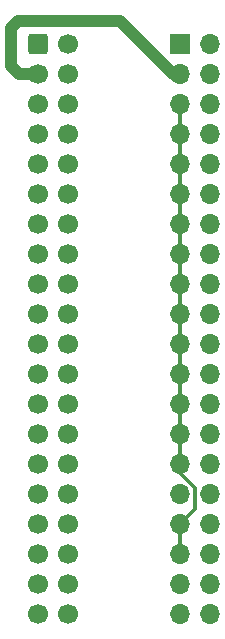
<source format=gbr>
%TF.GenerationSoftware,KiCad,Pcbnew,7.0.7*%
%TF.CreationDate,2023-11-08T00:56:30-05:00*%
%TF.ProjectId,Expansion_Buffer,45787061-6e73-4696-9f6e-5f4275666665,v1*%
%TF.SameCoordinates,Original*%
%TF.FileFunction,Copper,L2,Bot*%
%TF.FilePolarity,Positive*%
%FSLAX46Y46*%
G04 Gerber Fmt 4.6, Leading zero omitted, Abs format (unit mm)*
G04 Created by KiCad (PCBNEW 7.0.7) date 2023-11-08 00:56:30*
%MOMM*%
%LPD*%
G01*
G04 APERTURE LIST*
G04 Aperture macros list*
%AMRoundRect*
0 Rectangle with rounded corners*
0 $1 Rounding radius*
0 $2 $3 $4 $5 $6 $7 $8 $9 X,Y pos of 4 corners*
0 Add a 4 corners polygon primitive as box body*
4,1,4,$2,$3,$4,$5,$6,$7,$8,$9,$2,$3,0*
0 Add four circle primitives for the rounded corners*
1,1,$1+$1,$2,$3*
1,1,$1+$1,$4,$5*
1,1,$1+$1,$6,$7*
1,1,$1+$1,$8,$9*
0 Add four rect primitives between the rounded corners*
20,1,$1+$1,$2,$3,$4,$5,0*
20,1,$1+$1,$4,$5,$6,$7,0*
20,1,$1+$1,$6,$7,$8,$9,0*
20,1,$1+$1,$8,$9,$2,$3,0*%
G04 Aperture macros list end*
%TA.AperFunction,ComponentPad*%
%ADD10RoundRect,0.250000X-0.600000X-0.600000X0.600000X-0.600000X0.600000X0.600000X-0.600000X0.600000X0*%
%TD*%
%TA.AperFunction,ComponentPad*%
%ADD11C,1.700000*%
%TD*%
%TA.AperFunction,ComponentPad*%
%ADD12R,1.700000X1.700000*%
%TD*%
%TA.AperFunction,ComponentPad*%
%ADD13O,1.700000X1.700000*%
%TD*%
%TA.AperFunction,Conductor*%
%ADD14C,1.000000*%
%TD*%
%TA.AperFunction,Conductor*%
%ADD15C,0.350000*%
%TD*%
G04 APERTURE END LIST*
D10*
%TO.P,J2,1,Pin_1*%
%TO.N,unconnected-(J2-Pin_1-Pad1)*%
X96800000Y-72620000D03*
D11*
%TO.P,J2,2,Pin_2*%
%TO.N,+5V*%
X99340000Y-72620000D03*
%TO.P,J2,3,Pin_3*%
%TO.N,GND*%
X96800000Y-75160000D03*
%TO.P,J2,4,Pin_4*%
%TO.N,+5V*%
X99340000Y-75160000D03*
%TO.P,J2,5,Pin_5*%
%TO.N,CLK_V3*%
X96800000Y-77700000D03*
%TO.P,J2,6,Pin_6*%
%TO.N,IN1*%
X99340000Y-77700000D03*
%TO.P,J2,7,Pin_7*%
%TO.N,CLK_V3*%
X96800000Y-80240000D03*
%TO.P,J2,8,Pin_8*%
%TO.N,IN2*%
X99340000Y-80240000D03*
%TO.P,J2,9,Pin_9*%
%TO.N,CLK_V3*%
X96800000Y-82780000D03*
%TO.P,J2,10,Pin_10*%
%TO.N,IN3*%
X99340000Y-82780000D03*
%TO.P,J2,11,Pin_11*%
%TO.N,CLK_V3*%
X96800000Y-85320000D03*
%TO.P,J2,12,Pin_12*%
%TO.N,IN4*%
X99340000Y-85320000D03*
%TO.P,J2,13,Pin_13*%
%TO.N,CLK_V3*%
X96800000Y-87860000D03*
%TO.P,J2,14,Pin_14*%
%TO.N,IN5*%
X99340000Y-87860000D03*
%TO.P,J2,15,Pin_15*%
%TO.N,CLK_V3*%
X96800000Y-90400000D03*
%TO.P,J2,16,Pin_16*%
%TO.N,IN6*%
X99340000Y-90400000D03*
%TO.P,J2,17,Pin_17*%
%TO.N,CLK_V3*%
X96800000Y-92940000D03*
%TO.P,J2,18,Pin_18*%
%TO.N,IN7*%
X99340000Y-92940000D03*
%TO.P,J2,19,Pin_19*%
%TO.N,CLK_V3*%
X96800000Y-95480000D03*
%TO.P,J2,20,Pin_20*%
%TO.N,IN8*%
X99340000Y-95480000D03*
%TO.P,J2,21,Pin_21*%
%TO.N,CLK_V3*%
X96800000Y-98020000D03*
%TO.P,J2,22,Pin_22*%
%TO.N,IN9*%
X99340000Y-98020000D03*
%TO.P,J2,23,Pin_23*%
%TO.N,CLK_V3*%
X96800000Y-100560000D03*
%TO.P,J2,24,Pin_24*%
%TO.N,IN10*%
X99340000Y-100560000D03*
%TO.P,J2,25,Pin_25*%
%TO.N,CLK_V3*%
X96800000Y-103100000D03*
%TO.P,J2,26,Pin_26*%
%TO.N,IN11*%
X99340000Y-103100000D03*
%TO.P,J2,27,Pin_27*%
%TO.N,CLK_V3*%
X96800000Y-105640000D03*
%TO.P,J2,28,Pin_28*%
%TO.N,IN12*%
X99340000Y-105640000D03*
%TO.P,J2,29,Pin_29*%
%TO.N,CLK_V3*%
X96800000Y-108180000D03*
%TO.P,J2,30,Pin_30*%
X99340000Y-108180000D03*
%TO.P,J2,31,Pin_31*%
%TO.N,IN13*%
X96800000Y-110720000D03*
%TO.P,J2,32,Pin_32*%
%TO.N,IN14*%
X99340000Y-110720000D03*
%TO.P,J2,33,Pin_33*%
%TO.N,CLK_V3*%
X96800000Y-113260000D03*
%TO.P,J2,34,Pin_34*%
%TO.N,IN15*%
X99340000Y-113260000D03*
%TO.P,J2,35,Pin_35*%
%TO.N,CLK_V3*%
X96800000Y-115800000D03*
%TO.P,J2,36,Pin_36*%
%TO.N,IN16*%
X99340000Y-115800000D03*
%TO.P,J2,37,Pin_37*%
%TO.N,GND*%
X96800000Y-118340000D03*
%TO.P,J2,38,Pin_38*%
X99340000Y-118340000D03*
%TO.P,J2,39,Pin_39*%
%TO.N,+5V*%
X96800000Y-120880000D03*
%TO.P,J2,40,Pin_40*%
X99340000Y-120880000D03*
%TD*%
D12*
%TO.P,J1,1,Pin_1*%
%TO.N,unconnected-(J1-Pin_1-Pad1)*%
X108800000Y-72620000D03*
D13*
%TO.P,J1,2,Pin_2*%
%TO.N,+5V*%
X111340000Y-72620000D03*
%TO.P,J1,3,Pin_3*%
%TO.N,GND*%
X108800000Y-75160000D03*
%TO.P,J1,4,Pin_4*%
%TO.N,+5V*%
X111340000Y-75160000D03*
%TO.P,J1,5,Pin_5*%
%TO.N,CLK_V3*%
X108800000Y-77700000D03*
%TO.P,J1,6,Pin_6*%
%TO.N,OUT1*%
X111340000Y-77700000D03*
%TO.P,J1,7,Pin_7*%
%TO.N,CLK_V3*%
X108800000Y-80240000D03*
%TO.P,J1,8,Pin_8*%
%TO.N,OUT2*%
X111340000Y-80240000D03*
%TO.P,J1,9,Pin_9*%
%TO.N,CLK_V3*%
X108800000Y-82780000D03*
%TO.P,J1,10,Pin_10*%
%TO.N,OUT3*%
X111340000Y-82780000D03*
%TO.P,J1,11,Pin_11*%
%TO.N,CLK_V3*%
X108800000Y-85320000D03*
%TO.P,J1,12,Pin_12*%
%TO.N,OUT4*%
X111340000Y-85320000D03*
%TO.P,J1,13,Pin_13*%
%TO.N,CLK_V3*%
X108800000Y-87860000D03*
%TO.P,J1,14,Pin_14*%
%TO.N,OUT5*%
X111340000Y-87860000D03*
%TO.P,J1,15,Pin_15*%
%TO.N,CLK_V3*%
X108800000Y-90400000D03*
%TO.P,J1,16,Pin_16*%
%TO.N,OUT6*%
X111340000Y-90400000D03*
%TO.P,J1,17,Pin_17*%
%TO.N,CLK_V3*%
X108800000Y-92940000D03*
%TO.P,J1,18,Pin_18*%
%TO.N,OUT7*%
X111340000Y-92940000D03*
%TO.P,J1,19,Pin_19*%
%TO.N,CLK_V3*%
X108800000Y-95480000D03*
%TO.P,J1,20,Pin_20*%
%TO.N,OUT8*%
X111340000Y-95480000D03*
%TO.P,J1,21,Pin_21*%
%TO.N,CLK_V3*%
X108800000Y-98020000D03*
%TO.P,J1,22,Pin_22*%
%TO.N,OUT9*%
X111340000Y-98020000D03*
%TO.P,J1,23,Pin_23*%
%TO.N,CLK_V3*%
X108800000Y-100560000D03*
%TO.P,J1,24,Pin_24*%
%TO.N,OUT10*%
X111340000Y-100560000D03*
%TO.P,J1,25,Pin_25*%
%TO.N,CLK_V3*%
X108800000Y-103100000D03*
%TO.P,J1,26,Pin_26*%
%TO.N,OUT11*%
X111340000Y-103100000D03*
%TO.P,J1,27,Pin_27*%
%TO.N,CLK_V3*%
X108800000Y-105640000D03*
%TO.P,J1,28,Pin_28*%
%TO.N,OUT12*%
X111340000Y-105640000D03*
%TO.P,J1,29,Pin_29*%
%TO.N,CLK_V3*%
X108800000Y-108180000D03*
%TO.P,J1,30,Pin_30*%
X111340000Y-108180000D03*
%TO.P,J1,31,Pin_31*%
%TO.N,OUT13*%
X108800000Y-110720000D03*
%TO.P,J1,32,Pin_32*%
%TO.N,OUT14*%
X111340000Y-110720000D03*
%TO.P,J1,33,Pin_33*%
%TO.N,CLK_V3*%
X108800000Y-113260000D03*
%TO.P,J1,34,Pin_34*%
%TO.N,OUT15*%
X111340000Y-113260000D03*
%TO.P,J1,35,Pin_35*%
%TO.N,CLK_V3*%
X108800000Y-115800000D03*
%TO.P,J1,36,Pin_36*%
%TO.N,OUT16*%
X111340000Y-115800000D03*
%TO.P,J1,37,Pin_37*%
%TO.N,GND*%
X108800000Y-118340000D03*
%TO.P,J1,38,Pin_38*%
X111340000Y-118340000D03*
%TO.P,J1,39,Pin_39*%
%TO.N,+5V*%
X108800000Y-120880000D03*
%TO.P,J1,40,Pin_40*%
X111340000Y-120880000D03*
%TD*%
D14*
%TO.N,GND*%
X95157919Y-75160000D02*
X94500000Y-74502081D01*
X96800000Y-75160000D02*
X95157919Y-75160000D01*
X95100000Y-70700000D02*
X103697919Y-70700000D01*
X108157919Y-75160000D02*
X108800000Y-75160000D01*
X103697919Y-70700000D02*
X108157919Y-75160000D01*
X94500000Y-74502081D02*
X94500000Y-71300000D01*
X94500000Y-71300000D02*
X95100000Y-70700000D01*
D15*
%TO.N,CLK_V3*%
X108800000Y-108180000D02*
X108800000Y-108987588D01*
X108800000Y-77700000D02*
X108800000Y-108180000D01*
X108800000Y-108987588D02*
X110025000Y-110212588D01*
X110025000Y-110212588D02*
X110025000Y-112035000D01*
X110025000Y-112035000D02*
X108800000Y-113260000D01*
X108800000Y-113260000D02*
X108800000Y-115800000D01*
%TD*%
M02*

</source>
